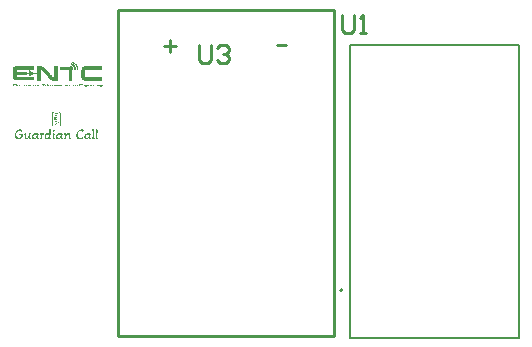
<source format=gto>
G04*
G04 #@! TF.GenerationSoftware,Altium Limited,Altium Designer,24.3.1 (35)*
G04*
G04 Layer_Color=65535*
%FSLAX44Y44*%
%MOMM*%
G71*
G04*
G04 #@! TF.SameCoordinates,3191A570-1A6B-4277-BA42-F0865F8515EA*
G04*
G04*
G04 #@! TF.FilePolarity,Positive*
G04*
G01*
G75*
%ADD10C,0.2000*%
%ADD11C,0.1270*%
%ADD12C,0.2540*%
G36*
X66791Y238043D02*
X67195D01*
Y237841D01*
X67801D01*
Y237639D01*
X68204D01*
Y237437D01*
X68406D01*
Y237235D01*
X68810D01*
Y237034D01*
X69012D01*
Y236832D01*
X69214D01*
Y236630D01*
X69415D01*
Y236428D01*
X69617D01*
Y236226D01*
X69819D01*
Y236024D01*
X70021D01*
Y235823D01*
X70223D01*
Y235621D01*
X70424D01*
Y235217D01*
X70626D01*
Y235015D01*
X70828D01*
Y234611D01*
X71030D01*
Y234208D01*
X71232D01*
Y233602D01*
X71434D01*
Y232997D01*
X71635D01*
Y232795D01*
Y231382D01*
X70626D01*
Y232795D01*
X70424D01*
Y233400D01*
X70223D01*
Y234006D01*
X70021D01*
Y234410D01*
X69819D01*
Y234611D01*
X69617D01*
Y235015D01*
X69415D01*
Y235217D01*
X69214D01*
Y235419D01*
X69012D01*
Y235621D01*
X68810D01*
Y235823D01*
X68608D01*
Y236024D01*
X68406D01*
Y236226D01*
X68204D01*
Y236428D01*
X67801D01*
Y236630D01*
X67599D01*
Y236832D01*
X67195D01*
Y237034D01*
X66791D01*
Y237235D01*
X66186D01*
Y237437D01*
X65984D01*
Y238043D01*
X66186D01*
Y238245D01*
X66791D01*
Y238043D01*
D02*
G37*
G36*
X65984Y236630D02*
X66590D01*
Y236428D01*
X66993D01*
Y236226D01*
X67195D01*
Y236024D01*
X67599D01*
Y235823D01*
X67801D01*
Y235621D01*
X68003D01*
Y235419D01*
X68406D01*
Y235015D01*
X68608D01*
Y234813D01*
X68810D01*
Y234611D01*
X69012D01*
Y234410D01*
X69214D01*
Y234006D01*
X69415D01*
Y233602D01*
X69617D01*
Y233199D01*
Y232997D01*
X69819D01*
Y231988D01*
X70021D01*
Y231382D01*
X68406D01*
Y231988D01*
X68204D01*
Y232795D01*
X68003D01*
Y233199D01*
X67801D01*
Y233602D01*
X67599D01*
Y233804D01*
X67397D01*
Y234006D01*
X67195D01*
Y234410D01*
X66791D01*
Y234611D01*
X66590D01*
Y234813D01*
X66388D01*
Y235015D01*
X65984D01*
Y235217D01*
X65379D01*
Y235419D01*
X65177D01*
Y235621D01*
X65379D01*
Y236226D01*
X65580D01*
Y236832D01*
X65984D01*
Y236630D01*
D02*
G37*
G36*
X54278Y222098D02*
X49837D01*
Y222300D01*
X49232D01*
Y222502D01*
X48828D01*
Y222703D01*
X48425D01*
Y222905D01*
X48223D01*
Y223107D01*
X48021D01*
Y223309D01*
X47617D01*
Y223511D01*
X47415D01*
Y223914D01*
X47214D01*
Y224116D01*
X47012D01*
Y224318D01*
X46810D01*
Y224520D01*
X46608D01*
Y224722D01*
X46406D01*
Y224923D01*
X46204D01*
Y225327D01*
X46003D01*
Y225529D01*
X45801D01*
Y225731D01*
X45599D01*
Y225933D01*
X45397D01*
Y226134D01*
X45195D01*
Y226336D01*
X44993D01*
Y226740D01*
X44792D01*
Y226942D01*
X44590D01*
Y227144D01*
X44388D01*
Y227346D01*
X44186D01*
Y227547D01*
X43984D01*
Y227749D01*
X43782D01*
Y228153D01*
X43581D01*
Y228355D01*
X43379D01*
Y228556D01*
X43177D01*
Y228758D01*
X42975D01*
Y228960D01*
X42773D01*
Y229162D01*
X42571D01*
Y229566D01*
X42370D01*
Y229767D01*
X42168D01*
Y229969D01*
X41966D01*
Y230171D01*
X41764D01*
Y230373D01*
X41562D01*
Y230575D01*
X41360D01*
Y230777D01*
X41159D01*
Y230979D01*
X40957D01*
Y231180D01*
X40553D01*
Y231382D01*
X39746D01*
Y222098D01*
X36718D01*
Y228153D01*
X35103D01*
Y225731D01*
X34902D01*
Y228153D01*
X34498D01*
Y227951D01*
X34094D01*
Y227749D01*
X33691D01*
Y227547D01*
X33287D01*
Y227346D01*
X32883D01*
Y227144D01*
X32480D01*
Y226942D01*
X32076D01*
Y226740D01*
X31672D01*
Y226538D01*
X31269D01*
Y226336D01*
X30865D01*
Y226134D01*
X30461D01*
Y225933D01*
X30058D01*
Y228153D01*
X28039D01*
Y227346D01*
X20168D01*
Y229364D01*
X28039D01*
Y228556D01*
X28241D01*
Y228355D01*
X30058D01*
Y230777D01*
X30461D01*
Y230575D01*
X30865D01*
Y230373D01*
X31067D01*
Y230171D01*
X31672D01*
Y229969D01*
X31874D01*
Y229767D01*
X32278D01*
Y229566D01*
X32883D01*
Y229364D01*
X33085D01*
Y229162D01*
X33489D01*
Y228960D01*
X33893D01*
Y228758D01*
X34296D01*
Y228556D01*
X34700D01*
Y228355D01*
X34902D01*
Y230777D01*
X35103D01*
Y228355D01*
X36718D01*
Y234208D01*
X36920D01*
Y234410D01*
X40351D01*
Y234208D01*
X41360D01*
Y234006D01*
X41966D01*
Y233804D01*
X42370D01*
Y233602D01*
X42571D01*
Y233400D01*
X42975D01*
Y233199D01*
X43177D01*
Y232997D01*
X43379D01*
Y232795D01*
X43581D01*
Y232593D01*
X43782D01*
Y232190D01*
X43984D01*
Y231988D01*
X44186D01*
Y231786D01*
X44388D01*
Y231584D01*
X44590D01*
Y231382D01*
X44792D01*
Y231180D01*
X44993D01*
Y230777D01*
X45195D01*
Y230575D01*
X45397D01*
Y230373D01*
X45599D01*
Y230171D01*
X45801D01*
Y229969D01*
X46003D01*
Y229767D01*
X46204D01*
Y229566D01*
X46406D01*
Y229162D01*
X46608D01*
Y228960D01*
X46810D01*
Y228758D01*
X47012D01*
Y228556D01*
X47214D01*
Y228355D01*
X47415D01*
Y228153D01*
X47617D01*
Y227951D01*
X47819D01*
Y227547D01*
X48021D01*
Y227346D01*
X48223D01*
Y227144D01*
X48425D01*
Y226942D01*
X48626D01*
Y226740D01*
X48828D01*
Y226538D01*
X49030D01*
Y226336D01*
X49232D01*
Y225933D01*
X49434D01*
Y225731D01*
X49636D01*
Y225529D01*
X50039D01*
Y225327D01*
X50241D01*
Y225125D01*
X50847D01*
Y224923D01*
X51250D01*
Y234410D01*
X54278D01*
Y222098D01*
D02*
G37*
G36*
X33893Y231584D02*
X19361D01*
Y225327D01*
X19764D01*
Y225125D01*
X33691D01*
Y225327D01*
X33893D01*
Y222300D01*
X18755D01*
Y222502D01*
X17948D01*
Y222703D01*
X17544D01*
Y222905D01*
X17140D01*
Y223107D01*
X16939D01*
Y223309D01*
X16737D01*
Y223713D01*
X16535D01*
Y224116D01*
X16333D01*
Y225125D01*
X16131D01*
Y231786D01*
X16333D01*
Y232795D01*
X16535D01*
Y233199D01*
X16737D01*
Y233400D01*
X16939D01*
Y233602D01*
X17140D01*
Y233804D01*
X17342D01*
Y234006D01*
X17746D01*
Y234208D01*
X18149D01*
Y234410D01*
X19159D01*
Y234611D01*
X33893D01*
Y231584D01*
D02*
G37*
G36*
X92021Y231382D02*
X77691D01*
Y231180D01*
X77489D01*
Y225125D01*
X77691D01*
Y224923D01*
X92021D01*
Y222098D01*
X76681D01*
Y222300D01*
X76076D01*
Y222502D01*
X75672D01*
Y222703D01*
X75269D01*
Y222905D01*
X75067D01*
Y223107D01*
X74865D01*
Y223511D01*
X74663D01*
Y223914D01*
X74461D01*
Y224722D01*
X74259D01*
Y231584D01*
X74461D01*
Y232593D01*
X74663D01*
Y232997D01*
X74865D01*
Y233199D01*
X75067D01*
Y233400D01*
X75269D01*
Y233602D01*
X75470D01*
Y233804D01*
X75874D01*
Y234006D01*
X76278D01*
Y234208D01*
X77691D01*
Y234410D01*
X92021D01*
Y231382D01*
D02*
G37*
G36*
X65379Y234611D02*
X65782D01*
Y234410D01*
X66186D01*
Y234208D01*
X66388D01*
Y234006D01*
X66590D01*
Y233804D01*
X66791D01*
Y233602D01*
X66993D01*
Y233400D01*
X67195D01*
Y232997D01*
X67397D01*
Y232593D01*
X67599D01*
Y231382D01*
X66590D01*
Y225933D01*
Y225731D01*
Y221694D01*
X63562D01*
Y230979D01*
X56498D01*
Y234006D01*
X64773D01*
Y234611D01*
X64975D01*
Y234813D01*
X65379D01*
Y234611D01*
D02*
G37*
G36*
X88186Y219070D02*
X87580D01*
Y219272D01*
X88186D01*
Y219070D01*
D02*
G37*
G36*
X80112D02*
X79507D01*
Y219272D01*
X80112D01*
Y219070D01*
D02*
G37*
G36*
X67195D02*
X66791D01*
Y219272D01*
X67195D01*
Y219070D01*
D02*
G37*
G36*
X61947D02*
X61342D01*
Y219272D01*
X61947D01*
Y219070D01*
D02*
G37*
G36*
X30663D02*
X30058D01*
Y219272D01*
X30663D01*
Y219070D01*
D02*
G37*
G36*
X90002Y218465D02*
X90204D01*
Y217456D01*
X89599D01*
Y218465D01*
X88791D01*
Y217456D01*
X88186D01*
Y217658D01*
X87984D01*
Y217456D01*
X87580D01*
Y218869D01*
X87984D01*
Y218667D01*
X88186D01*
Y218869D01*
X90002D01*
Y218465D01*
D02*
G37*
G36*
X80112Y217456D02*
X79709D01*
Y217658D01*
X79507D01*
Y217456D01*
X79305D01*
Y217052D01*
X77691D01*
Y217456D01*
X78902D01*
Y217658D01*
X77691D01*
Y217859D01*
X77489D01*
Y217658D01*
X77287D01*
Y217456D01*
X76883D01*
Y218465D01*
X76076D01*
Y217456D01*
X75470D01*
Y218869D01*
X77287D01*
Y218465D01*
X77489D01*
Y218667D01*
X77691D01*
Y218869D01*
X79305D01*
Y218667D01*
X79709D01*
Y218869D01*
X80112D01*
Y217456D01*
D02*
G37*
G36*
X66388Y218869D02*
X66590D01*
Y218465D01*
X66388D01*
Y217456D01*
X65984D01*
Y218465D01*
X65580D01*
Y217658D01*
X65379D01*
Y217456D01*
X63966D01*
Y217658D01*
X63764D01*
Y217456D01*
X62149D01*
Y217859D01*
X61947D01*
Y218465D01*
X61746D01*
Y217859D01*
X61947D01*
Y217658D01*
X61746D01*
Y217456D01*
X61342D01*
Y218869D01*
X61746D01*
Y218667D01*
X61947D01*
Y218465D01*
X62149D01*
Y218869D01*
X65379D01*
Y218667D01*
X65580D01*
Y218869D01*
X65984D01*
Y219272D01*
X66388D01*
Y218869D01*
D02*
G37*
G36*
X71232Y218667D02*
X71434D01*
Y217456D01*
X70828D01*
Y218465D01*
X70021D01*
Y217456D01*
X69415D01*
Y217859D01*
X69214D01*
Y217658D01*
X69012D01*
Y217456D01*
X67599D01*
Y217658D01*
X67397D01*
Y218667D01*
X67599D01*
Y218869D01*
X69214D01*
Y218465D01*
X69415D01*
Y218869D01*
X71232D01*
Y218667D01*
D02*
G37*
G36*
X51654D02*
X51856D01*
Y217658D01*
X51654D01*
Y217456D01*
X50039D01*
Y217859D01*
X49837D01*
Y218465D01*
X48626D01*
Y217859D01*
X49837D01*
Y217456D01*
X48223D01*
Y217859D01*
X48021D01*
Y218263D01*
X47819D01*
Y218061D01*
X46608D01*
Y217859D01*
X47819D01*
Y217456D01*
X46406D01*
Y217658D01*
X46204D01*
Y218667D01*
X46406D01*
Y218869D01*
X47819D01*
Y218667D01*
X48021D01*
Y218465D01*
X48223D01*
Y218869D01*
X49837D01*
Y218465D01*
X50039D01*
Y218869D01*
X51654D01*
Y218667D01*
D02*
G37*
G36*
X46003Y218061D02*
Y217859D01*
Y217456D01*
X45599D01*
Y217658D01*
X45397D01*
Y218263D01*
X45195D01*
Y218061D01*
X43984D01*
Y217859D01*
X45195D01*
Y217456D01*
X43782D01*
Y217658D01*
X43581D01*
Y218667D01*
X43782D01*
Y218869D01*
X45195D01*
Y218465D01*
X45397D01*
Y219272D01*
X46003D01*
Y218061D01*
D02*
G37*
G36*
X24204Y219070D02*
X24406D01*
Y218869D01*
X24608D01*
Y218667D01*
X24810D01*
Y218869D01*
X25819D01*
Y218465D01*
X25214D01*
Y217456D01*
X24608D01*
Y218465D01*
X24204D01*
Y218263D01*
X24406D01*
Y217658D01*
X24204D01*
Y217456D01*
X23801D01*
Y218465D01*
X22388D01*
Y217859D01*
X23599D01*
Y217456D01*
X21984D01*
Y217859D01*
X21783D01*
Y218263D01*
X21581D01*
Y218061D01*
X20370D01*
Y217859D01*
X21581D01*
Y217456D01*
X20168D01*
Y217658D01*
X19966D01*
Y218667D01*
X20168D01*
Y218869D01*
X21581D01*
Y218667D01*
X21783D01*
Y218465D01*
X21984D01*
Y218869D01*
X23801D01*
Y219272D01*
X24204D01*
Y219070D01*
D02*
G37*
G36*
X59122Y217658D02*
X58920D01*
Y217456D01*
X57507D01*
Y217658D01*
X57305D01*
Y218465D01*
Y218667D01*
Y218869D01*
X57709D01*
Y217859D01*
X58516D01*
Y218869D01*
X59122D01*
Y217658D01*
D02*
G37*
G36*
X87379Y218667D02*
Y218465D01*
X86773D01*
Y217456D01*
X86369D01*
Y218869D01*
X87379D01*
Y218667D01*
D02*
G37*
G36*
X85966D02*
X86167D01*
Y218263D01*
X85966D01*
Y218061D01*
X84755D01*
Y217859D01*
X85966D01*
Y217456D01*
X84553D01*
Y217658D01*
X84351D01*
Y218667D01*
X84553D01*
Y218869D01*
X85966D01*
Y218667D01*
D02*
G37*
G36*
X83947D02*
X84149D01*
Y218061D01*
X82938D01*
Y217859D01*
X84149D01*
Y217456D01*
X82535D01*
Y217658D01*
X82333D01*
Y218667D01*
X82535D01*
Y218869D01*
X83947D01*
Y218667D01*
D02*
G37*
G36*
X81929D02*
X82131D01*
Y218263D01*
Y218061D01*
Y217456D01*
X81727D01*
Y218465D01*
X80718D01*
Y217456D01*
X80314D01*
Y218869D01*
X81929D01*
Y218667D01*
D02*
G37*
G36*
X75269Y218869D02*
X73250D01*
Y218667D01*
X75269D01*
Y218061D01*
X73250D01*
Y217859D01*
X75269D01*
Y217456D01*
X72846D01*
Y217658D01*
X72645D01*
Y219070D01*
X72846D01*
Y219272D01*
X75269D01*
Y218869D01*
D02*
G37*
G36*
X67195Y217859D02*
Y217658D01*
Y217456D01*
X66791D01*
Y218869D01*
X67195D01*
Y217859D01*
D02*
G37*
G36*
X60938Y218667D02*
X61140D01*
Y218263D01*
Y218061D01*
Y217456D01*
X60736D01*
Y218465D01*
X59727D01*
Y217456D01*
X59324D01*
Y218869D01*
X60938D01*
Y218667D01*
D02*
G37*
G36*
X56902D02*
X57103D01*
Y217456D01*
X56498D01*
Y218465D01*
X56094D01*
Y217456D01*
X55691D01*
Y218465D01*
X55085D01*
Y217658D01*
Y217456D01*
X54681D01*
Y218869D01*
X56902D01*
Y218667D01*
D02*
G37*
G36*
X54278D02*
X54480D01*
Y217456D01*
X53874D01*
Y218465D01*
X53470D01*
Y217456D01*
X52865D01*
Y218465D01*
X52461D01*
Y217456D01*
X52058D01*
Y218869D01*
X54278D01*
Y218667D01*
D02*
G37*
G36*
X43581Y218869D02*
X42571D01*
Y217658D01*
X42370D01*
Y217456D01*
X41966D01*
Y218869D01*
X40957D01*
Y219272D01*
X43581D01*
Y218869D01*
D02*
G37*
G36*
X39544Y217658D02*
X39342D01*
Y217456D01*
X37929D01*
Y217658D01*
X37727D01*
Y218667D01*
X37929D01*
Y218869D01*
X39140D01*
Y219272D01*
X39544D01*
Y217658D01*
D02*
G37*
G36*
X37324Y218667D02*
X37526D01*
Y217456D01*
X36920D01*
Y218263D01*
Y218465D01*
X36113D01*
Y217456D01*
X35709D01*
Y218869D01*
X37324D01*
Y218667D01*
D02*
G37*
G36*
X35305D02*
X35507D01*
Y218465D01*
Y218263D01*
Y217658D01*
X35305D01*
Y217456D01*
X33893D01*
Y217658D01*
X33691D01*
Y218263D01*
X34902D01*
Y218465D01*
X33691D01*
Y218869D01*
X35305D01*
Y218667D01*
D02*
G37*
G36*
X32480Y218465D02*
X31269D01*
Y217859D01*
X32480D01*
Y217456D01*
X31067D01*
Y217658D01*
X30865D01*
Y218465D01*
Y218667D01*
Y218869D01*
X32480D01*
Y218465D01*
D02*
G37*
G36*
X30663Y217456D02*
X30058D01*
Y218869D01*
X30663D01*
Y217456D01*
D02*
G37*
G36*
X29654Y218667D02*
X29856D01*
Y217456D01*
X29452D01*
Y217658D01*
X29250D01*
Y218465D01*
X28443D01*
Y217456D01*
X28039D01*
Y218869D01*
X29654D01*
Y218667D01*
D02*
G37*
G36*
X27636D02*
X27838D01*
Y218061D01*
Y217859D01*
Y217658D01*
X27636D01*
Y217456D01*
X26223D01*
Y217658D01*
X26021D01*
Y218667D01*
X26223D01*
Y218869D01*
X27636D01*
Y218667D01*
D02*
G37*
G36*
X19764Y217456D02*
X16535D01*
Y217859D01*
X16333D01*
Y219070D01*
X16535D01*
Y219272D01*
X19764D01*
Y217456D01*
D02*
G37*
G36*
X92021Y218667D02*
X92222D01*
Y217254D01*
X92021D01*
Y217052D01*
X90406D01*
Y217456D01*
X91617D01*
Y217658D01*
X90406D01*
Y218869D01*
X92021D01*
Y218667D01*
D02*
G37*
G36*
X55809Y195651D02*
X56092D01*
Y195580D01*
X56233D01*
Y195509D01*
X56303D01*
Y195439D01*
X56444D01*
Y195368D01*
X56515D01*
Y195298D01*
X56586D01*
Y195157D01*
X56656D01*
Y195016D01*
X56727D01*
Y194874D01*
X56797D01*
Y184221D01*
X56727D01*
Y184079D01*
X56656D01*
Y183938D01*
X56586D01*
Y183868D01*
X56515D01*
Y183727D01*
X56374D01*
Y183656D01*
X56303D01*
Y183586D01*
X56233D01*
Y183515D01*
X56021D01*
Y183444D01*
X55809D01*
Y183374D01*
X50588D01*
Y183444D01*
X50377D01*
Y183515D01*
X50165D01*
Y183586D01*
X50094D01*
Y183656D01*
X50024D01*
Y183727D01*
X49953D01*
Y183797D01*
X49883D01*
Y183868D01*
X49812D01*
Y183938D01*
X49742D01*
Y184079D01*
X49671D01*
Y184221D01*
X49601D01*
Y192899D01*
Y192969D01*
Y194874D01*
X49671D01*
Y195016D01*
X49742D01*
Y195157D01*
X49812D01*
Y195227D01*
X49883D01*
Y195368D01*
X49953D01*
Y195439D01*
X50094D01*
Y195509D01*
X50165D01*
Y195580D01*
X50306D01*
Y195651D01*
X50588D01*
Y195721D01*
X55809D01*
Y195651D01*
D02*
G37*
G36*
X75283Y180763D02*
X75565D01*
Y180693D01*
X75777D01*
Y180622D01*
X75918D01*
Y180552D01*
X76059D01*
Y180481D01*
X76129D01*
Y180411D01*
X76200D01*
Y180340D01*
X76271D01*
Y180199D01*
X76341D01*
Y179987D01*
X76412D01*
Y179917D01*
X76341D01*
Y179564D01*
X76271D01*
Y179423D01*
X76200D01*
Y179282D01*
X76129D01*
Y179211D01*
X76059D01*
Y179141D01*
X75988D01*
Y179070D01*
X75918D01*
Y178999D01*
X75777D01*
Y178929D01*
X75353D01*
Y178999D01*
X75212D01*
Y179070D01*
X75142D01*
Y179141D01*
X75001D01*
Y179211D01*
X74859D01*
Y179282D01*
X74648D01*
Y179352D01*
X74366D01*
Y179423D01*
X73378D01*
Y179352D01*
X73025D01*
Y179282D01*
X72813D01*
Y179211D01*
X72672D01*
Y179141D01*
X72461D01*
Y179070D01*
X72390D01*
Y178999D01*
X72249D01*
Y178929D01*
X72178D01*
Y178858D01*
X72108D01*
Y178788D01*
X72037D01*
Y178717D01*
X71896D01*
Y178576D01*
X71826D01*
Y178506D01*
X71755D01*
Y178435D01*
X71684D01*
Y178364D01*
X71614D01*
Y178223D01*
X71543D01*
Y178153D01*
X71473D01*
Y178012D01*
X71402D01*
Y177871D01*
X71332D01*
Y177729D01*
X71261D01*
Y177518D01*
X71191D01*
Y177306D01*
X71120D01*
Y176883D01*
X71049D01*
Y175966D01*
X71120D01*
Y175613D01*
X71191D01*
Y175331D01*
X71261D01*
Y175189D01*
X71332D01*
Y175048D01*
X71402D01*
Y174907D01*
X71473D01*
Y174766D01*
X71543D01*
Y174696D01*
X71614D01*
Y174625D01*
X71684D01*
Y174554D01*
X71755D01*
Y174413D01*
X71826D01*
Y174343D01*
X71967D01*
Y174272D01*
X72037D01*
Y174202D01*
X72108D01*
Y174131D01*
X72249D01*
Y174061D01*
X72390D01*
Y173990D01*
X72531D01*
Y173919D01*
X72743D01*
Y173849D01*
X73166D01*
Y173778D01*
X73589D01*
Y173849D01*
X74083D01*
Y173919D01*
X74295D01*
Y173990D01*
X74507D01*
Y174061D01*
X74648D01*
Y174131D01*
X74789D01*
Y174202D01*
X74930D01*
Y174272D01*
X75001D01*
Y174343D01*
X75142D01*
Y174413D01*
X75212D01*
Y174484D01*
X75283D01*
Y174554D01*
X75353D01*
Y174625D01*
X75494D01*
Y174696D01*
X75565D01*
Y174766D01*
X75706D01*
Y174837D01*
X75918D01*
Y174766D01*
X75988D01*
Y174696D01*
X76059D01*
Y174061D01*
X75988D01*
Y173919D01*
X75918D01*
Y173778D01*
X75847D01*
Y173708D01*
X75777D01*
Y173567D01*
X75706D01*
Y173496D01*
X75636D01*
Y173426D01*
X75565D01*
Y173355D01*
X75494D01*
Y173284D01*
X75424D01*
Y173214D01*
X75353D01*
Y173143D01*
X75212D01*
Y173073D01*
X75142D01*
Y173002D01*
X75071D01*
Y172932D01*
X74930D01*
Y172861D01*
X74789D01*
Y172791D01*
X74648D01*
Y172720D01*
X74507D01*
Y172649D01*
X74295D01*
Y172579D01*
X74083D01*
Y172508D01*
X73801D01*
Y172438D01*
X73307D01*
Y172367D01*
X72672D01*
Y172438D01*
X72108D01*
Y172508D01*
X71896D01*
Y172579D01*
X71684D01*
Y172649D01*
X71543D01*
Y172720D01*
X71402D01*
Y172791D01*
X71332D01*
Y172861D01*
X71191D01*
Y172932D01*
X71120D01*
Y173002D01*
X71049D01*
Y173073D01*
X70908D01*
Y173143D01*
X70838D01*
Y173214D01*
X70767D01*
Y173355D01*
X70697D01*
Y173426D01*
X70626D01*
Y173496D01*
X70556D01*
Y173567D01*
X70485D01*
Y173708D01*
X70414D01*
Y173849D01*
X70344D01*
Y173990D01*
X70273D01*
Y174131D01*
X70203D01*
Y174272D01*
X70132D01*
Y174484D01*
X70062D01*
Y174766D01*
X69991D01*
Y175260D01*
X69921D01*
Y176248D01*
X69991D01*
Y176812D01*
X70062D01*
Y177094D01*
X70132D01*
Y177377D01*
X70203D01*
Y177588D01*
X70273D01*
Y177800D01*
X70344D01*
Y177941D01*
X70414D01*
Y178153D01*
X70485D01*
Y178294D01*
X70556D01*
Y178435D01*
X70626D01*
Y178576D01*
X70697D01*
Y178647D01*
X70767D01*
Y178788D01*
X70838D01*
Y178858D01*
X70908D01*
Y178999D01*
X70979D01*
Y179070D01*
X71049D01*
Y179141D01*
X71120D01*
Y179282D01*
X71191D01*
Y179352D01*
X71261D01*
Y179423D01*
X71332D01*
Y179493D01*
X71402D01*
Y179564D01*
X71473D01*
Y179634D01*
X71543D01*
Y179705D01*
X71614D01*
Y179776D01*
X71684D01*
Y179846D01*
X71755D01*
Y179917D01*
X71896D01*
Y179987D01*
X71967D01*
Y180058D01*
X72037D01*
Y180128D01*
X72178D01*
Y180199D01*
X72249D01*
Y180269D01*
X72390D01*
Y180340D01*
X72531D01*
Y180411D01*
X72672D01*
Y180481D01*
X72813D01*
Y180552D01*
X72954D01*
Y180622D01*
X73166D01*
Y180693D01*
X73448D01*
Y180763D01*
X73731D01*
Y180834D01*
X75283D01*
Y180763D01*
D02*
G37*
G36*
X51223Y180552D02*
X51435D01*
Y180481D01*
X51576D01*
Y180411D01*
X51647D01*
Y180269D01*
X51717D01*
Y180128D01*
X51788D01*
Y179564D01*
X51717D01*
Y179493D01*
Y179423D01*
Y179352D01*
X51647D01*
Y179282D01*
X51576D01*
Y179211D01*
X51506D01*
Y179141D01*
X51435D01*
Y179070D01*
X51364D01*
Y178999D01*
X51153D01*
Y178929D01*
X50659D01*
Y178999D01*
X50447D01*
Y179070D01*
X50377D01*
Y179141D01*
X50306D01*
Y179211D01*
X50236D01*
Y179282D01*
X50165D01*
Y179423D01*
X50094D01*
Y179987D01*
X50165D01*
Y180199D01*
X50236D01*
Y180269D01*
X50306D01*
Y180340D01*
X50377D01*
Y180411D01*
X50447D01*
Y180481D01*
X50518D01*
Y180552D01*
X50729D01*
Y180622D01*
X51223D01*
Y180552D01*
D02*
G37*
G36*
X23354Y180763D02*
X23636D01*
Y180693D01*
X23777D01*
Y180622D01*
X23989D01*
Y180552D01*
X24059D01*
Y180481D01*
X24130D01*
Y180411D01*
X24201D01*
Y180340D01*
X24271D01*
Y180269D01*
X24342D01*
Y180128D01*
X24412D01*
Y179634D01*
X24342D01*
Y179493D01*
X24271D01*
Y179352D01*
X24201D01*
Y179282D01*
X24130D01*
Y179141D01*
X23989D01*
Y179070D01*
X23918D01*
Y178999D01*
X23777D01*
Y178929D01*
X23424D01*
Y178999D01*
X23283D01*
Y179070D01*
X23142D01*
Y179141D01*
X23001D01*
Y179211D01*
X22860D01*
Y179282D01*
X22648D01*
Y179352D01*
X22296D01*
Y179423D01*
X21378D01*
Y179352D01*
X21026D01*
Y179282D01*
X20814D01*
Y179211D01*
X20602D01*
Y179141D01*
X20461D01*
Y179070D01*
X20391D01*
Y178999D01*
X20249D01*
Y178929D01*
X20179D01*
Y178858D01*
X20108D01*
Y178788D01*
X20038D01*
Y178717D01*
X19967D01*
Y178647D01*
X19897D01*
Y178576D01*
X19826D01*
Y178506D01*
X19756D01*
Y178435D01*
X19685D01*
Y178364D01*
X19614D01*
Y178223D01*
X19544D01*
Y178082D01*
X19473D01*
Y178012D01*
X19403D01*
Y177800D01*
X19332D01*
Y177659D01*
X19262D01*
Y177377D01*
X19191D01*
Y177165D01*
X19121D01*
Y175683D01*
X19191D01*
Y175472D01*
X19262D01*
Y175260D01*
X19332D01*
Y175119D01*
X19403D01*
Y174978D01*
X19473D01*
Y174837D01*
X19544D01*
Y174766D01*
X19614D01*
Y174625D01*
X19685D01*
Y174554D01*
X19756D01*
Y174484D01*
X19826D01*
Y174413D01*
X19897D01*
Y174343D01*
X20038D01*
Y174272D01*
X20108D01*
Y174202D01*
X20179D01*
Y174131D01*
X20320D01*
Y174061D01*
X20461D01*
Y173990D01*
X20673D01*
Y173919D01*
X20884D01*
Y173849D01*
X22225D01*
Y173919D01*
X22437D01*
Y173990D01*
X22648D01*
Y174061D01*
X22789D01*
Y174131D01*
X22931D01*
Y174202D01*
X23001D01*
Y174272D01*
X23142D01*
Y174343D01*
X23213D01*
Y174484D01*
X23283D01*
Y174554D01*
X23354D01*
Y174696D01*
X23424D01*
Y175331D01*
X23354D01*
Y175472D01*
X23283D01*
Y175613D01*
X23142D01*
Y175683D01*
X23072D01*
Y175754D01*
X22931D01*
Y175824D01*
X22789D01*
Y175895D01*
X22578D01*
Y175966D01*
X22154D01*
Y176036D01*
X21519D01*
Y176107D01*
X21308D01*
Y176177D01*
X21237D01*
Y176318D01*
X21167D01*
Y176530D01*
X21237D01*
Y176742D01*
X21308D01*
Y176883D01*
X21378D01*
Y176953D01*
X21449D01*
Y177024D01*
X21519D01*
Y177094D01*
X21661D01*
Y177165D01*
X22225D01*
Y177236D01*
X25259D01*
Y177165D01*
X25329D01*
Y176601D01*
X25259D01*
Y176389D01*
X25188D01*
Y176248D01*
X25118D01*
Y176177D01*
X25047D01*
Y176036D01*
X24977D01*
Y175966D01*
X24836D01*
Y175895D01*
X24412D01*
Y175754D01*
X24483D01*
Y174696D01*
X24412D01*
Y174413D01*
X24342D01*
Y174272D01*
X24271D01*
Y174131D01*
X24201D01*
Y173990D01*
X24130D01*
Y173919D01*
X24059D01*
Y173778D01*
X23989D01*
Y173708D01*
X23918D01*
Y173637D01*
X23848D01*
Y173567D01*
X23777D01*
Y173496D01*
X23707D01*
Y173426D01*
X23636D01*
Y173355D01*
X23566D01*
Y173284D01*
X23495D01*
Y173214D01*
X23424D01*
Y173143D01*
X23354D01*
Y173073D01*
X23213D01*
Y173002D01*
X23142D01*
Y172932D01*
X23001D01*
Y172861D01*
X22860D01*
Y172791D01*
X22719D01*
Y172720D01*
X22578D01*
Y172649D01*
X22437D01*
Y172579D01*
X22225D01*
Y172508D01*
X21943D01*
Y172438D01*
X21378D01*
Y172367D01*
X20814D01*
Y172438D01*
X20249D01*
Y172508D01*
X20038D01*
Y172579D01*
X19826D01*
Y172649D01*
X19685D01*
Y172720D01*
X19544D01*
Y172791D01*
X19403D01*
Y172861D01*
X19332D01*
Y172932D01*
X19191D01*
Y173002D01*
X19121D01*
Y173073D01*
X19050D01*
Y173143D01*
X18979D01*
Y173214D01*
X18909D01*
Y173284D01*
X18838D01*
Y173355D01*
X18768D01*
Y173426D01*
X18697D01*
Y173496D01*
X18627D01*
Y173567D01*
X18556D01*
Y173708D01*
X18486D01*
Y173778D01*
X18415D01*
Y173919D01*
X18344D01*
Y174061D01*
X18274D01*
Y174202D01*
X18203D01*
Y174413D01*
X18133D01*
Y174696D01*
X18062D01*
Y175048D01*
X17992D01*
Y176530D01*
X18062D01*
Y176953D01*
X18133D01*
Y177236D01*
X18203D01*
Y177447D01*
X18274D01*
Y177659D01*
X18344D01*
Y177871D01*
X18415D01*
Y178012D01*
X18486D01*
Y178223D01*
X18556D01*
Y178294D01*
X18627D01*
Y178435D01*
X18697D01*
Y178576D01*
X18768D01*
Y178717D01*
X18838D01*
Y178788D01*
X18909D01*
Y178929D01*
X18979D01*
Y178999D01*
X19050D01*
Y179141D01*
X19121D01*
Y179211D01*
X19191D01*
Y179282D01*
X19262D01*
Y179352D01*
X19332D01*
Y179423D01*
X19403D01*
Y179493D01*
X19473D01*
Y179564D01*
X19544D01*
Y179634D01*
X19614D01*
Y179705D01*
X19685D01*
Y179776D01*
X19756D01*
Y179846D01*
X19826D01*
Y179917D01*
X19897D01*
Y179987D01*
X20038D01*
Y180058D01*
X20108D01*
Y180128D01*
X20179D01*
Y180199D01*
X20320D01*
Y180269D01*
X20461D01*
Y180340D01*
X20532D01*
Y180411D01*
X20673D01*
Y180481D01*
X20884D01*
Y180552D01*
X21026D01*
Y180622D01*
X21237D01*
Y180693D01*
X21449D01*
Y180763D01*
X21802D01*
Y180834D01*
X23354D01*
Y180763D01*
D02*
G37*
G36*
X47837Y181187D02*
X47978D01*
Y181116D01*
X48048D01*
Y180975D01*
X48119D01*
Y180834D01*
X48189D01*
Y180622D01*
X48260D01*
Y180269D01*
X48331D01*
Y177447D01*
X48260D01*
Y176812D01*
X48189D01*
Y176248D01*
X48119D01*
Y175683D01*
X48048D01*
Y175119D01*
X47978D01*
Y174343D01*
X48048D01*
Y174131D01*
X48119D01*
Y173990D01*
X48189D01*
Y173919D01*
X48260D01*
Y173849D01*
X48331D01*
Y173778D01*
X48472D01*
Y173708D01*
X48613D01*
Y173637D01*
X48824D01*
Y173567D01*
X48895D01*
Y173496D01*
X48966D01*
Y173143D01*
X48895D01*
Y172932D01*
X48824D01*
Y172791D01*
X48754D01*
Y172720D01*
X48683D01*
Y172649D01*
X48613D01*
Y172579D01*
X48472D01*
Y172508D01*
X48331D01*
Y172438D01*
X47625D01*
Y172508D01*
X47484D01*
Y172579D01*
X47343D01*
Y172649D01*
X47272D01*
Y172720D01*
X47202D01*
Y172932D01*
X47131D01*
Y173143D01*
X47061D01*
Y173567D01*
X46990D01*
Y173849D01*
X46919D01*
Y173708D01*
X46849D01*
Y173637D01*
X46778D01*
Y173496D01*
X46708D01*
Y173426D01*
X46637D01*
Y173355D01*
X46567D01*
Y173214D01*
X46496D01*
Y173143D01*
X46426D01*
Y173073D01*
X46355D01*
Y173002D01*
X46284D01*
Y172932D01*
X46143D01*
Y172861D01*
X46073D01*
Y172791D01*
X46002D01*
Y172720D01*
X45932D01*
Y172649D01*
X45791D01*
Y172579D01*
X45649D01*
Y172508D01*
X45438D01*
Y172438D01*
X45085D01*
Y172367D01*
X44591D01*
Y172438D01*
X44238D01*
Y172508D01*
X44027D01*
Y172579D01*
X43956D01*
Y172649D01*
X43815D01*
Y172720D01*
X43744D01*
Y172791D01*
X43674D01*
Y172861D01*
X43603D01*
Y172932D01*
X43533D01*
Y173073D01*
X43462D01*
Y173143D01*
X43392D01*
Y173284D01*
X43321D01*
Y173496D01*
X43251D01*
Y173708D01*
X43180D01*
Y174131D01*
Y174202D01*
Y174907D01*
X43251D01*
Y175260D01*
X43321D01*
Y175472D01*
X43392D01*
Y175683D01*
X43462D01*
Y175895D01*
X43533D01*
Y176036D01*
X43603D01*
Y176177D01*
X43674D01*
Y176318D01*
X43744D01*
Y176459D01*
X43815D01*
Y176530D01*
X43886D01*
Y176601D01*
X43956D01*
Y176742D01*
X44027D01*
Y176812D01*
X44097D01*
Y176883D01*
X44168D01*
Y176953D01*
X44238D01*
Y177024D01*
X44309D01*
Y177094D01*
X44379D01*
Y177165D01*
X44450D01*
Y177236D01*
X44521D01*
Y177306D01*
X44591D01*
Y177377D01*
X44732D01*
Y177447D01*
X44803D01*
Y177518D01*
X44944D01*
Y177588D01*
X45085D01*
Y177659D01*
X45297D01*
Y177729D01*
X45579D01*
Y177800D01*
X46355D01*
Y177729D01*
X46637D01*
Y177659D01*
X46849D01*
Y177588D01*
X46990D01*
Y177518D01*
X47061D01*
Y177447D01*
X47202D01*
Y178506D01*
X47131D01*
Y179141D01*
X47061D01*
Y179493D01*
X46990D01*
Y179776D01*
X46919D01*
Y179987D01*
X46849D01*
Y180128D01*
X46778D01*
Y180269D01*
X46708D01*
Y180411D01*
X46637D01*
Y180763D01*
X46708D01*
Y180904D01*
X46778D01*
Y180975D01*
X46849D01*
Y181046D01*
X46990D01*
Y181116D01*
X47131D01*
Y181187D01*
X47272D01*
Y181257D01*
X47837D01*
Y181187D01*
D02*
G37*
G36*
X42616Y177729D02*
X42757D01*
Y177659D01*
X42898D01*
Y177588D01*
X42968D01*
Y177518D01*
X43039D01*
Y177306D01*
X43109D01*
Y177024D01*
X43039D01*
Y176742D01*
X42968D01*
Y176601D01*
X42898D01*
Y176530D01*
X42827D01*
Y176389D01*
X42757D01*
Y176318D01*
X42686D01*
Y176248D01*
X42545D01*
Y176177D01*
X42333D01*
Y176248D01*
X42192D01*
Y176318D01*
X42122D01*
Y176389D01*
X42051D01*
Y176459D01*
X41557D01*
Y176389D01*
X41487D01*
Y176318D01*
X41346D01*
Y176177D01*
X41275D01*
Y176107D01*
X41204D01*
Y176036D01*
X41134D01*
Y175895D01*
X41063D01*
Y175683D01*
X40993D01*
Y175472D01*
X40922D01*
Y175119D01*
X40852D01*
Y173073D01*
X40781D01*
Y172932D01*
X40711D01*
Y172791D01*
X40640D01*
Y172720D01*
X40569D01*
Y172649D01*
X40499D01*
Y172579D01*
X40428D01*
Y172508D01*
X40287D01*
Y172438D01*
X39582D01*
Y172508D01*
X39511D01*
Y173002D01*
X39582D01*
Y173284D01*
X39652D01*
Y173637D01*
X39723D01*
Y174061D01*
X39793D01*
Y175824D01*
X39723D01*
Y176107D01*
X39652D01*
Y176248D01*
X39582D01*
Y176318D01*
X39511D01*
Y176389D01*
X39441D01*
Y176459D01*
X39299D01*
Y176530D01*
X39158D01*
Y176601D01*
X39017D01*
Y176671D01*
X38947D01*
Y177024D01*
X39017D01*
Y177236D01*
X39088D01*
Y177306D01*
X39158D01*
Y177377D01*
X39229D01*
Y177447D01*
X39299D01*
Y177518D01*
X39370D01*
Y177588D01*
X39511D01*
Y177659D01*
X39652D01*
Y177729D01*
X39934D01*
Y177800D01*
X40217D01*
Y177729D01*
X40428D01*
Y177659D01*
X40569D01*
Y177588D01*
X40640D01*
Y177447D01*
X40711D01*
Y177306D01*
X40781D01*
Y177024D01*
X40852D01*
Y176742D01*
X40922D01*
Y176883D01*
X40993D01*
Y177024D01*
X41063D01*
Y177165D01*
X41134D01*
Y177236D01*
X41204D01*
Y177306D01*
X41275D01*
Y177377D01*
X41346D01*
Y177447D01*
X41416D01*
Y177518D01*
X41487D01*
Y177588D01*
X41557D01*
Y177659D01*
X41698D01*
Y177729D01*
X41981D01*
Y177800D01*
X42616D01*
Y177729D01*
D02*
G37*
G36*
X63994D02*
X64206D01*
Y177659D01*
X64347D01*
Y177588D01*
X64488D01*
Y177518D01*
X64558D01*
Y177447D01*
X64629D01*
Y177377D01*
X64699D01*
Y177306D01*
X64770D01*
Y177165D01*
X64841D01*
Y177024D01*
X64911D01*
Y176812D01*
X64982D01*
Y175895D01*
X64911D01*
Y175613D01*
X64841D01*
Y175331D01*
X64770D01*
Y175048D01*
X64699D01*
Y174131D01*
X64770D01*
Y173990D01*
X64841D01*
Y173919D01*
X64911D01*
Y173849D01*
X64982D01*
Y173778D01*
X65052D01*
Y173708D01*
X65123D01*
Y173637D01*
X65264D01*
Y173567D01*
X65405D01*
Y173496D01*
X65546D01*
Y173143D01*
X65476D01*
Y172932D01*
X65405D01*
Y172791D01*
X65334D01*
Y172720D01*
X65264D01*
Y172649D01*
X65193D01*
Y172579D01*
X65123D01*
Y172508D01*
X64982D01*
Y172438D01*
X64206D01*
Y172508D01*
X64064D01*
Y172579D01*
X63923D01*
Y172649D01*
X63853D01*
Y172720D01*
X63782D01*
Y172861D01*
X63712D01*
Y172932D01*
X63641D01*
Y173073D01*
X63571D01*
Y173355D01*
X63500D01*
Y174131D01*
X63571D01*
Y174484D01*
X63641D01*
Y174766D01*
X63712D01*
Y175119D01*
X63782D01*
Y175401D01*
X63853D01*
Y176036D01*
X63782D01*
Y176177D01*
X63712D01*
Y176248D01*
X63641D01*
Y176318D01*
X63429D01*
Y176389D01*
X63006D01*
Y176318D01*
X62724D01*
Y176248D01*
X62653D01*
Y176177D01*
X62512D01*
Y176107D01*
X62442D01*
Y176036D01*
X62371D01*
Y175966D01*
X62301D01*
Y175895D01*
X62230D01*
Y175824D01*
X62159D01*
Y175754D01*
X62089D01*
Y175683D01*
X62018D01*
Y175613D01*
X61948D01*
Y175472D01*
X61877D01*
Y175401D01*
X61807D01*
Y175260D01*
X61736D01*
Y175119D01*
X61666D01*
Y174978D01*
X61595D01*
Y174837D01*
X61524D01*
Y174696D01*
X61454D01*
Y174484D01*
X61383D01*
Y174343D01*
X61313D01*
Y174131D01*
X61242D01*
Y173919D01*
X61172D01*
Y173143D01*
X61101D01*
Y172932D01*
X61031D01*
Y172861D01*
X60960D01*
Y172720D01*
X60889D01*
Y172649D01*
X60819D01*
Y172579D01*
X60748D01*
Y172508D01*
X60537D01*
Y172438D01*
X59902D01*
Y172508D01*
X59831D01*
Y172579D01*
X59761D01*
Y172791D01*
X59831D01*
Y173073D01*
X59902D01*
Y173355D01*
X59972D01*
Y173778D01*
X60043D01*
Y174202D01*
X60113D01*
Y175683D01*
X60043D01*
Y176036D01*
X59972D01*
Y176177D01*
X59902D01*
Y176318D01*
X59831D01*
Y176389D01*
X59761D01*
Y176459D01*
X59619D01*
Y176530D01*
X59478D01*
Y176601D01*
X59337D01*
Y176671D01*
X59267D01*
Y177094D01*
X59337D01*
Y177236D01*
X59408D01*
Y177306D01*
X59478D01*
Y177377D01*
X59549D01*
Y177447D01*
X59619D01*
Y177518D01*
X59690D01*
Y177588D01*
X59761D01*
Y177659D01*
X59902D01*
Y177729D01*
X60184D01*
Y177800D01*
X60537D01*
Y177729D01*
X60748D01*
Y177659D01*
X60889D01*
Y177588D01*
X60960D01*
Y177447D01*
X61031D01*
Y177236D01*
X61101D01*
Y176883D01*
X61172D01*
Y176459D01*
X61101D01*
Y175895D01*
X61031D01*
Y175472D01*
X60960D01*
Y175260D01*
X61031D01*
Y175401D01*
X61101D01*
Y175613D01*
X61172D01*
Y175754D01*
X61242D01*
Y175895D01*
X61313D01*
Y176036D01*
X61383D01*
Y176177D01*
X61454D01*
Y176248D01*
X61524D01*
Y176389D01*
X61595D01*
Y176530D01*
X61666D01*
Y176601D01*
X61736D01*
Y176742D01*
X61807D01*
Y176812D01*
X61877D01*
Y176883D01*
X61948D01*
Y176953D01*
X62018D01*
Y177094D01*
X62089D01*
Y177165D01*
X62159D01*
Y177236D01*
X62301D01*
Y177306D01*
X62371D01*
Y177377D01*
X62442D01*
Y177447D01*
X62512D01*
Y177518D01*
X62653D01*
Y177588D01*
X62794D01*
Y177659D01*
X62936D01*
Y177729D01*
X63218D01*
Y177800D01*
X63994D01*
Y177729D01*
D02*
G37*
G36*
X31186Y177659D02*
X31327D01*
Y177094D01*
X31256D01*
Y176883D01*
X31186D01*
Y176601D01*
X31115D01*
Y176248D01*
X31044D01*
Y175895D01*
X30974D01*
Y175331D01*
X30903D01*
Y174625D01*
X30974D01*
Y174272D01*
X31044D01*
Y174061D01*
X31115D01*
Y173990D01*
X31186D01*
Y173849D01*
X31256D01*
Y173778D01*
X31397D01*
Y173708D01*
X31538D01*
Y173637D01*
X31750D01*
Y173567D01*
X31891D01*
Y173073D01*
X31821D01*
Y172861D01*
X31750D01*
Y172791D01*
X31679D01*
Y172720D01*
X31609D01*
Y172649D01*
X31538D01*
Y172579D01*
X31397D01*
Y172508D01*
X31256D01*
Y172438D01*
X30621D01*
Y172508D01*
X30409D01*
Y172579D01*
X30339D01*
Y172649D01*
X30268D01*
Y172720D01*
X30198D01*
Y172861D01*
X30127D01*
Y173002D01*
X30057D01*
Y173214D01*
X29986D01*
Y174343D01*
X29916D01*
Y174202D01*
X29845D01*
Y174061D01*
X29774D01*
Y173919D01*
X29704D01*
Y173778D01*
X29633D01*
Y173637D01*
X29563D01*
Y173567D01*
X29492D01*
Y173426D01*
X29422D01*
Y173355D01*
X29351D01*
Y173214D01*
X29281D01*
Y173143D01*
X29210D01*
Y173073D01*
X29139D01*
Y173002D01*
X29069D01*
Y172932D01*
X28998D01*
Y172861D01*
X28857D01*
Y172791D01*
X28787D01*
Y172720D01*
X28716D01*
Y172649D01*
X28575D01*
Y172579D01*
X28434D01*
Y172508D01*
X28222D01*
Y172438D01*
X27869D01*
Y172367D01*
X27376D01*
Y172438D01*
X27023D01*
Y172508D01*
X26882D01*
Y172579D01*
X26741D01*
Y172649D01*
X26670D01*
Y172720D01*
X26599D01*
Y172791D01*
X26529D01*
Y172861D01*
X26458D01*
Y173002D01*
X26388D01*
Y173143D01*
X26317D01*
Y173426D01*
X26247D01*
Y174272D01*
X26317D01*
Y174696D01*
X26388D01*
Y174978D01*
X26458D01*
Y175260D01*
X26529D01*
Y176107D01*
X26458D01*
Y176248D01*
X26388D01*
Y176318D01*
X26317D01*
Y176389D01*
X26247D01*
Y176459D01*
X26176D01*
Y176530D01*
X26035D01*
Y176601D01*
X25964D01*
Y176671D01*
X25894D01*
Y176812D01*
X25823D01*
Y176953D01*
X25894D01*
Y177094D01*
X25964D01*
Y177236D01*
X26035D01*
Y177306D01*
X26106D01*
Y177377D01*
X26176D01*
Y177447D01*
X26247D01*
Y177518D01*
X26388D01*
Y177588D01*
X26529D01*
Y177659D01*
X26670D01*
Y177729D01*
X27234D01*
Y177659D01*
X27376D01*
Y177588D01*
X27446D01*
Y177518D01*
X27517D01*
Y177377D01*
X27587D01*
Y177165D01*
X27658D01*
Y176812D01*
X27728D01*
Y176177D01*
X27658D01*
Y175683D01*
X27587D01*
Y175401D01*
X27517D01*
Y175048D01*
X27446D01*
Y174625D01*
X27376D01*
Y174272D01*
X27446D01*
Y174061D01*
X27517D01*
Y173919D01*
X27658D01*
Y173849D01*
X27799D01*
Y173778D01*
X28222D01*
Y173849D01*
X28504D01*
Y173919D01*
X28646D01*
Y173990D01*
X28716D01*
Y174061D01*
X28787D01*
Y174131D01*
X28928D01*
Y174202D01*
X28998D01*
Y174272D01*
X29069D01*
Y174413D01*
X29139D01*
Y174484D01*
X29210D01*
Y174554D01*
X29281D01*
Y174696D01*
X29351D01*
Y174766D01*
X29422D01*
Y174907D01*
X29492D01*
Y175048D01*
X29563D01*
Y175189D01*
X29633D01*
Y175331D01*
X29704D01*
Y175472D01*
X29774D01*
Y175683D01*
X29845D01*
Y175895D01*
X29916D01*
Y176107D01*
X29986D01*
Y177024D01*
X30057D01*
Y177236D01*
X30127D01*
Y177377D01*
X30198D01*
Y177447D01*
X30268D01*
Y177518D01*
X30339D01*
Y177588D01*
X30480D01*
Y177659D01*
X30621D01*
Y177729D01*
X31186D01*
Y177659D01*
D02*
G37*
G36*
X87489Y181187D02*
X87630D01*
Y181116D01*
X87701D01*
Y180975D01*
X87771D01*
Y180834D01*
X87842D01*
Y180622D01*
X87912D01*
Y180199D01*
X87983D01*
Y177447D01*
X87912D01*
Y176812D01*
X87842D01*
Y176248D01*
X87771D01*
Y175683D01*
X87701D01*
Y175189D01*
X87630D01*
Y174202D01*
X87701D01*
Y173990D01*
X87771D01*
Y173919D01*
X87842D01*
Y173778D01*
X87983D01*
Y173708D01*
X88053D01*
Y173637D01*
X88194D01*
Y173567D01*
X88265D01*
Y173496D01*
X88336D01*
Y173426D01*
X88406D01*
Y173073D01*
X88336D01*
Y172932D01*
X88265D01*
Y172861D01*
X88194D01*
Y172720D01*
X88053D01*
Y172649D01*
X87983D01*
Y172579D01*
X87912D01*
Y172508D01*
X87701D01*
Y172438D01*
X86924D01*
Y172508D01*
X86854D01*
Y172579D01*
X86713D01*
Y172720D01*
X86642D01*
Y172861D01*
X86572D01*
Y174131D01*
X86642D01*
Y174766D01*
X86713D01*
Y175331D01*
X86783D01*
Y175966D01*
X86854D01*
Y178506D01*
X86783D01*
Y179141D01*
X86713D01*
Y179493D01*
X86642D01*
Y179564D01*
Y179705D01*
X86572D01*
Y179917D01*
X86501D01*
Y180128D01*
X86431D01*
Y180269D01*
X86360D01*
Y180411D01*
X86289D01*
Y180763D01*
X86360D01*
Y180834D01*
X86431D01*
Y180904D01*
X86501D01*
Y180975D01*
X86572D01*
Y181046D01*
X86642D01*
Y181116D01*
X86783D01*
Y181187D01*
X86924D01*
Y181257D01*
X87489D01*
Y181187D01*
D02*
G37*
G36*
X84596D02*
X84667D01*
Y181116D01*
X84737D01*
Y181046D01*
X84808D01*
Y180904D01*
X84878D01*
Y180693D01*
X84949D01*
Y180411D01*
X85019D01*
Y179634D01*
X85090D01*
Y178435D01*
Y178364D01*
Y178082D01*
X85019D01*
Y177165D01*
X84949D01*
Y176601D01*
X84878D01*
Y176036D01*
X84808D01*
Y175542D01*
X84737D01*
Y174907D01*
X84667D01*
Y174343D01*
X84737D01*
Y174061D01*
X84808D01*
Y173919D01*
X84878D01*
Y173849D01*
X84949D01*
Y173778D01*
X85019D01*
Y173708D01*
X85090D01*
Y173637D01*
X85231D01*
Y173567D01*
X85302D01*
Y173496D01*
X85443D01*
Y173426D01*
X85513D01*
Y173214D01*
X85443D01*
Y173002D01*
X85372D01*
Y172861D01*
X85302D01*
Y172791D01*
X85231D01*
Y172720D01*
X85161D01*
Y172649D01*
X85090D01*
Y172579D01*
X84949D01*
Y172508D01*
X84808D01*
Y172438D01*
X84032D01*
Y172508D01*
X83891D01*
Y172579D01*
X83820D01*
Y172649D01*
X83749D01*
Y172791D01*
X83679D01*
Y173002D01*
X83608D01*
Y173849D01*
X83679D01*
Y174484D01*
X83749D01*
Y175119D01*
X83820D01*
Y175683D01*
X83891D01*
Y176601D01*
X83961D01*
Y177800D01*
X83891D01*
Y178858D01*
X83820D01*
Y179282D01*
X83749D01*
Y179634D01*
X83679D01*
Y179846D01*
X83608D01*
Y179987D01*
X83538D01*
Y180128D01*
X83467D01*
Y180340D01*
X83397D01*
Y180834D01*
X83467D01*
Y180904D01*
X83538D01*
Y180975D01*
X83608D01*
Y181046D01*
X83749D01*
Y181116D01*
X83820D01*
Y181187D01*
X83961D01*
Y181257D01*
X84596D01*
Y181187D01*
D02*
G37*
G36*
X51082Y177729D02*
X51223D01*
Y177659D01*
X51364D01*
Y177588D01*
X51435D01*
Y177447D01*
X51506D01*
Y177306D01*
X51576D01*
Y176812D01*
X51647D01*
Y176530D01*
X51576D01*
Y175754D01*
X51506D01*
Y175613D01*
Y175542D01*
Y175401D01*
X51435D01*
Y174978D01*
X51364D01*
Y174484D01*
X51294D01*
Y174202D01*
X51364D01*
Y173919D01*
X51435D01*
Y173849D01*
X51506D01*
Y173778D01*
X51576D01*
Y173708D01*
X51647D01*
Y173637D01*
X51717D01*
Y173567D01*
X51858D01*
Y173496D01*
X51999D01*
Y173073D01*
X51929D01*
Y172932D01*
X51858D01*
Y172861D01*
X51788D01*
Y172720D01*
X51717D01*
Y172649D01*
X51576D01*
Y172579D01*
X51506D01*
Y172508D01*
X51294D01*
Y172438D01*
X50518D01*
Y172508D01*
X50377D01*
Y172579D01*
X50306D01*
Y172649D01*
X50236D01*
Y172720D01*
X50165D01*
Y172932D01*
X50094D01*
Y173919D01*
X50165D01*
Y174202D01*
X50236D01*
Y174484D01*
X50306D01*
Y174766D01*
X50377D01*
Y175048D01*
X50447D01*
Y176107D01*
X50377D01*
Y176248D01*
X50306D01*
Y176318D01*
X50236D01*
Y176389D01*
X50165D01*
Y176459D01*
X50024D01*
Y176530D01*
X49953D01*
Y176601D01*
X49812D01*
Y176671D01*
X49742D01*
Y177094D01*
X49812D01*
Y177236D01*
X49883D01*
Y177306D01*
X49953D01*
Y177377D01*
X50024D01*
Y177447D01*
X50094D01*
Y177518D01*
X50236D01*
Y177588D01*
X50306D01*
Y177659D01*
X50447D01*
Y177729D01*
X50729D01*
Y177800D01*
X51082D01*
Y177729D01*
D02*
G37*
G36*
X36689D02*
X37042D01*
Y177659D01*
X37253D01*
Y177588D01*
X37465D01*
Y177518D01*
X37606D01*
Y177447D01*
X37677D01*
Y177377D01*
X37747D01*
Y177306D01*
X37818D01*
Y177236D01*
X37888D01*
Y177165D01*
X37959D01*
Y177024D01*
X38029D01*
Y176742D01*
Y176671D01*
Y176530D01*
X37959D01*
Y176177D01*
X37888D01*
Y176107D01*
X37818D01*
Y176036D01*
X37747D01*
Y175966D01*
X37465D01*
Y175895D01*
X37394D01*
Y175331D01*
X37324D01*
Y174625D01*
X37394D01*
Y174272D01*
X37465D01*
Y174061D01*
X37536D01*
Y173919D01*
X37606D01*
Y173849D01*
X37677D01*
Y173778D01*
X37747D01*
Y173708D01*
X37888D01*
Y173637D01*
X38100D01*
Y173567D01*
X38241D01*
Y173496D01*
X38312D01*
Y173002D01*
X38241D01*
Y172861D01*
X38171D01*
Y172720D01*
X38100D01*
Y172649D01*
X38029D01*
Y172579D01*
X37959D01*
Y172508D01*
X37818D01*
Y172438D01*
X36971D01*
Y172508D01*
X36901D01*
Y172579D01*
X36759D01*
Y172649D01*
X36689D01*
Y172720D01*
X36618D01*
Y172861D01*
X36548D01*
Y173002D01*
X36477D01*
Y173214D01*
X36407D01*
Y173708D01*
X36266D01*
Y173567D01*
X36195D01*
Y173496D01*
X36124D01*
Y173355D01*
X36054D01*
Y173284D01*
X35983D01*
Y173214D01*
X35913D01*
Y173143D01*
X35842D01*
Y173073D01*
X35772D01*
Y173002D01*
X35701D01*
Y172932D01*
X35631D01*
Y172861D01*
X35560D01*
Y172791D01*
X35489D01*
Y172720D01*
X35348D01*
Y172649D01*
X35278D01*
Y172579D01*
X35066D01*
Y172508D01*
X34925D01*
Y172438D01*
X34502D01*
Y172367D01*
X34008D01*
Y172438D01*
X33584D01*
Y172508D01*
X33443D01*
Y172579D01*
X33302D01*
Y172649D01*
X33232D01*
Y172720D01*
X33091D01*
Y172791D01*
X33020D01*
Y172861D01*
X32949D01*
Y172932D01*
X32879D01*
Y173073D01*
X32808D01*
Y173143D01*
X32738D01*
Y173284D01*
X32667D01*
Y173496D01*
X32597D01*
Y173849D01*
X32526D01*
Y174696D01*
X32597D01*
Y175048D01*
X32667D01*
Y175260D01*
X32738D01*
Y175472D01*
X32808D01*
Y175683D01*
X32879D01*
Y175824D01*
X32949D01*
Y175966D01*
X33020D01*
Y176036D01*
X33091D01*
Y176177D01*
X33161D01*
Y176318D01*
X33232D01*
Y176389D01*
X33302D01*
Y176459D01*
X33373D01*
Y176530D01*
X33443D01*
Y176601D01*
X33514D01*
Y176742D01*
X33584D01*
Y176812D01*
X33655D01*
Y176883D01*
X33796D01*
Y176953D01*
X33867D01*
Y177024D01*
X33937D01*
Y177094D01*
X34008D01*
Y177165D01*
X34149D01*
Y177236D01*
X34219D01*
Y177306D01*
X34361D01*
Y177377D01*
X34502D01*
Y177447D01*
X34643D01*
Y177518D01*
X34784D01*
Y177588D01*
X34996D01*
Y177659D01*
X35207D01*
Y177729D01*
X35631D01*
Y177800D01*
X36689D01*
Y177729D01*
D02*
G37*
G36*
X80998D02*
X81351D01*
Y177659D01*
X81562D01*
Y177588D01*
X81703D01*
Y177518D01*
X81844D01*
Y177447D01*
X81986D01*
Y177377D01*
X82056D01*
Y177306D01*
X82127D01*
Y177236D01*
X82197D01*
Y177094D01*
X82268D01*
Y176318D01*
X82197D01*
Y176107D01*
X82127D01*
Y176036D01*
X82056D01*
Y175966D01*
X81703D01*
Y175683D01*
X81633D01*
Y174413D01*
X81703D01*
Y174131D01*
X81774D01*
Y173990D01*
X81844D01*
Y173849D01*
X81915D01*
Y173778D01*
X82056D01*
Y173708D01*
X82127D01*
Y173637D01*
X82338D01*
Y173567D01*
X82550D01*
Y173426D01*
X82621D01*
Y173143D01*
X82550D01*
Y172932D01*
X82479D01*
Y172791D01*
X82409D01*
Y172649D01*
X82338D01*
Y172579D01*
X82197D01*
Y172508D01*
X82127D01*
Y172438D01*
X81703D01*
Y172367D01*
X81562D01*
Y172438D01*
X81280D01*
Y172508D01*
X81139D01*
Y172579D01*
X81068D01*
Y172649D01*
X80998D01*
Y172720D01*
X80927D01*
Y172791D01*
X80857D01*
Y172932D01*
X80786D01*
Y173073D01*
X80716D01*
Y173426D01*
X80645D01*
Y173708D01*
X80574D01*
Y173637D01*
X80504D01*
Y173496D01*
X80433D01*
Y173426D01*
X80363D01*
Y173355D01*
X80292D01*
Y173214D01*
X80222D01*
Y173143D01*
X80151D01*
Y173073D01*
X80081D01*
Y173002D01*
X80010D01*
Y172932D01*
X79939D01*
Y172861D01*
X79798D01*
Y172791D01*
X79728D01*
Y172720D01*
X79657D01*
Y172649D01*
X79516D01*
Y172579D01*
X79375D01*
Y172508D01*
X79163D01*
Y172438D01*
X78740D01*
Y172367D01*
X78246D01*
Y172438D01*
X77893D01*
Y172508D01*
X77682D01*
Y172579D01*
X77611D01*
Y172649D01*
X77470D01*
Y172720D01*
X77399D01*
Y172791D01*
X77329D01*
Y172861D01*
X77258D01*
Y172932D01*
X77188D01*
Y173002D01*
X77117D01*
Y173073D01*
X77047D01*
Y173214D01*
X76976D01*
Y173426D01*
X76906D01*
Y173637D01*
X76835D01*
Y174907D01*
X76906D01*
Y175189D01*
X76976D01*
Y175401D01*
X77047D01*
Y175613D01*
X77117D01*
Y175754D01*
X77188D01*
Y175895D01*
X77258D01*
Y176036D01*
X77329D01*
Y176107D01*
X77399D01*
Y176248D01*
X77470D01*
Y176318D01*
X77541D01*
Y176459D01*
X77611D01*
Y176530D01*
X77682D01*
Y176601D01*
X77752D01*
Y176671D01*
X77823D01*
Y176742D01*
X77893D01*
Y176812D01*
X77964D01*
Y176883D01*
X78034D01*
Y176953D01*
X78105D01*
Y177024D01*
X78176D01*
Y177094D01*
X78317D01*
Y177165D01*
X78387D01*
Y177236D01*
X78528D01*
Y177306D01*
X78599D01*
Y177377D01*
X78740D01*
Y177447D01*
X78881D01*
Y177518D01*
X79093D01*
Y177588D01*
X79234D01*
Y177659D01*
X79516D01*
Y177729D01*
X79869D01*
Y177800D01*
X80998D01*
Y177729D01*
D02*
G37*
G36*
X57009D02*
X57362D01*
Y177659D01*
X57644D01*
Y177588D01*
X57785D01*
Y177518D01*
X57926D01*
Y177447D01*
X58067D01*
Y177377D01*
X58138D01*
Y177306D01*
X58208D01*
Y177236D01*
X58279D01*
Y177094D01*
X58349D01*
Y176318D01*
X58279D01*
Y176177D01*
X58208D01*
Y176036D01*
X58138D01*
Y175966D01*
X57785D01*
Y175754D01*
X57714D01*
Y174413D01*
X57785D01*
Y174131D01*
X57856D01*
Y173990D01*
X57926D01*
Y173849D01*
X57997D01*
Y173778D01*
X58067D01*
Y173708D01*
X58208D01*
Y173637D01*
X58420D01*
Y173567D01*
X58632D01*
Y173426D01*
X58702D01*
Y173214D01*
X58632D01*
Y172932D01*
X58561D01*
Y172791D01*
X58491D01*
Y172649D01*
X58420D01*
Y172579D01*
X58349D01*
Y172508D01*
X58208D01*
Y172438D01*
X57856D01*
Y172367D01*
X57785D01*
Y172438D01*
X57362D01*
Y172508D01*
X57221D01*
Y172579D01*
X57150D01*
Y172649D01*
X57079D01*
Y172720D01*
X57009D01*
Y172791D01*
X56938D01*
Y172932D01*
X56868D01*
Y173073D01*
X56797D01*
Y173355D01*
X56727D01*
Y173708D01*
X56656D01*
Y173637D01*
X56586D01*
Y173496D01*
X56515D01*
Y173426D01*
X56444D01*
Y173355D01*
X56374D01*
Y173214D01*
X56303D01*
Y173143D01*
X56233D01*
Y173073D01*
X56162D01*
Y173002D01*
X56092D01*
Y172932D01*
X56021D01*
Y172861D01*
X55880D01*
Y172791D01*
X55809D01*
Y172720D01*
X55739D01*
Y172649D01*
X55598D01*
Y172579D01*
X55457D01*
Y172508D01*
X55245D01*
Y172438D01*
X54822D01*
Y172367D01*
X54328D01*
Y172438D01*
X53975D01*
Y172508D01*
X53763D01*
Y172579D01*
X53622D01*
Y172649D01*
X53552D01*
Y172720D01*
X53481D01*
Y172791D01*
X53411D01*
Y172861D01*
X53340D01*
Y172932D01*
X53269D01*
Y173002D01*
X53199D01*
Y173073D01*
X53128D01*
Y173214D01*
X53058D01*
Y173355D01*
X52987D01*
Y173567D01*
X52917D01*
Y174131D01*
X52846D01*
Y174272D01*
X52917D01*
Y174907D01*
X52987D01*
Y175189D01*
X53058D01*
Y175401D01*
X53128D01*
Y175613D01*
X53199D01*
Y175754D01*
X53269D01*
Y175895D01*
X53340D01*
Y176036D01*
X53411D01*
Y176107D01*
X53481D01*
Y176248D01*
X53552D01*
Y176318D01*
X53622D01*
Y176459D01*
X53693D01*
Y176530D01*
X53763D01*
Y176601D01*
X53834D01*
Y176671D01*
X53904D01*
Y176742D01*
X53975D01*
Y176812D01*
X54046D01*
Y176883D01*
X54116D01*
Y176953D01*
X54187D01*
Y177024D01*
X54257D01*
Y177094D01*
X54398D01*
Y177165D01*
X54469D01*
Y177236D01*
X54610D01*
Y177306D01*
X54681D01*
Y177377D01*
X54822D01*
Y177447D01*
X54963D01*
Y177518D01*
X55174D01*
Y177588D01*
X55316D01*
Y177659D01*
X55598D01*
Y177729D01*
X55951D01*
Y177800D01*
X57009D01*
Y177729D01*
D02*
G37*
%LPC*%
G36*
X78902Y218465D02*
X78094D01*
Y218061D01*
X78902D01*
Y218263D01*
Y218465D01*
D02*
G37*
G36*
X65177Y218061D02*
X64369D01*
Y217859D01*
X65177D01*
Y218061D01*
D02*
G37*
G36*
Y218465D02*
X62553D01*
Y217859D01*
X63764D01*
Y218061D01*
X63966D01*
Y218263D01*
X65177D01*
Y218465D01*
D02*
G37*
G36*
X68810D02*
X68003D01*
Y217859D01*
X68810D01*
Y218465D01*
D02*
G37*
G36*
X47415D02*
X46608D01*
Y218263D01*
X47415D01*
Y218465D01*
D02*
G37*
G36*
X51250D02*
X50443D01*
Y218263D01*
Y217859D01*
X51250D01*
Y218465D01*
D02*
G37*
G36*
X44792D02*
X43984D01*
Y218263D01*
X44792D01*
Y218465D01*
D02*
G37*
G36*
X21177D02*
X20370D01*
Y218263D01*
X21177D01*
Y218465D01*
D02*
G37*
G36*
X85562D02*
X84755D01*
Y218263D01*
X85562D01*
Y218465D01*
D02*
G37*
G36*
X83544D02*
X82938D01*
Y218263D01*
X83544D01*
Y218465D01*
D02*
G37*
G36*
X39140D02*
X38333D01*
Y217859D01*
X39140D01*
Y218465D01*
D02*
G37*
G36*
X34902Y218061D02*
X34296D01*
Y217859D01*
X34902D01*
Y218061D01*
D02*
G37*
G36*
X27232Y218465D02*
X26425D01*
Y217859D01*
X27232D01*
Y218465D01*
D02*
G37*
G36*
X19159Y218869D02*
X16939D01*
Y218667D01*
X18957D01*
Y218061D01*
X16939D01*
Y217859D01*
X19159D01*
Y218869D01*
D02*
G37*
G36*
X91617Y218465D02*
X90810D01*
Y218061D01*
X91617D01*
Y218263D01*
Y218465D01*
D02*
G37*
G36*
X53128Y192617D02*
X52705D01*
Y192546D01*
X52634D01*
Y192476D01*
X52564D01*
Y192405D01*
X52493D01*
Y192334D01*
X52423D01*
Y192264D01*
X52352D01*
Y192193D01*
X52282D01*
Y192052D01*
X52211D01*
Y191911D01*
X52141D01*
Y191770D01*
X52070D01*
Y191558D01*
X51999D01*
Y191276D01*
X51929D01*
Y190923D01*
X51858D01*
Y190429D01*
Y190359D01*
Y189583D01*
X51929D01*
Y189159D01*
X51999D01*
Y188877D01*
X52070D01*
Y188736D01*
X52141D01*
Y188524D01*
X52211D01*
Y188383D01*
X52282D01*
Y188313D01*
X52352D01*
Y188172D01*
X52423D01*
Y188101D01*
X52493D01*
Y188031D01*
X52564D01*
Y187960D01*
X52634D01*
Y187889D01*
X52776D01*
Y187819D01*
X53199D01*
Y187889D01*
X53269D01*
Y187960D01*
X53340D01*
Y188031D01*
X53411D01*
Y188101D01*
X53481D01*
Y188242D01*
X53552D01*
Y188383D01*
X53481D01*
Y188524D01*
X53411D01*
Y188666D01*
X53340D01*
Y188807D01*
X53269D01*
Y188877D01*
X53199D01*
Y189018D01*
X53128D01*
Y189089D01*
X53058D01*
Y189159D01*
X52846D01*
Y189230D01*
X52776D01*
Y189159D01*
X52352D01*
Y189230D01*
X52282D01*
Y189442D01*
X52211D01*
Y190147D01*
X52141D01*
Y190218D01*
X52211D01*
Y190994D01*
X52282D01*
Y191206D01*
X52352D01*
Y191276D01*
X52705D01*
Y191206D01*
X52776D01*
Y191276D01*
X53058D01*
Y191417D01*
X53128D01*
Y191488D01*
X53199D01*
Y191629D01*
X53269D01*
Y191699D01*
X53340D01*
Y191841D01*
X53411D01*
Y191982D01*
X53481D01*
Y192264D01*
X53411D01*
Y192405D01*
X53340D01*
Y192476D01*
X53269D01*
Y192546D01*
X53128D01*
Y192617D01*
D02*
G37*
G36*
X55668Y195227D02*
X50729D01*
Y195157D01*
X50447D01*
Y195086D01*
X50377D01*
Y195016D01*
X50306D01*
Y194945D01*
X50236D01*
Y194874D01*
X50165D01*
Y194733D01*
X50094D01*
Y184362D01*
X50165D01*
Y184221D01*
X50236D01*
Y184150D01*
X50306D01*
Y184079D01*
X50377D01*
Y184009D01*
X50518D01*
Y183938D01*
X55880D01*
Y184009D01*
X56021D01*
Y184079D01*
X56092D01*
Y184150D01*
X56162D01*
Y184221D01*
X56233D01*
Y184362D01*
X56303D01*
Y187113D01*
X56233D01*
Y187043D01*
X56092D01*
Y186972D01*
X55951D01*
Y186902D01*
X55809D01*
Y186831D01*
X55598D01*
Y186761D01*
X55316D01*
Y186690D01*
X54469D01*
Y186761D01*
X54187D01*
Y186831D01*
X54046D01*
Y186902D01*
X53834D01*
Y186972D01*
X53763D01*
Y187043D01*
X53622D01*
Y187113D01*
X53552D01*
Y187184D01*
X53481D01*
Y187254D01*
X53411D01*
Y187325D01*
X53058D01*
Y187254D01*
X52846D01*
Y187325D01*
X52564D01*
Y187396D01*
X52423D01*
Y187466D01*
X52352D01*
Y187537D01*
X52211D01*
Y187607D01*
X52141D01*
Y187678D01*
X52070D01*
Y187748D01*
X51999D01*
Y187889D01*
X51929D01*
Y187960D01*
X51858D01*
Y188101D01*
X51788D01*
Y188242D01*
X51717D01*
Y188383D01*
X51647D01*
Y188524D01*
X51576D01*
Y188736D01*
X51506D01*
Y189018D01*
X51435D01*
Y189371D01*
X51364D01*
Y190147D01*
X51294D01*
Y190218D01*
X51364D01*
Y191064D01*
X51435D01*
Y191417D01*
X51506D01*
Y191699D01*
X51576D01*
Y191911D01*
X51647D01*
Y192052D01*
X51717D01*
Y192193D01*
X51788D01*
Y192334D01*
X51858D01*
Y192476D01*
X51929D01*
Y192546D01*
X51999D01*
Y192617D01*
X52070D01*
Y192758D01*
X52141D01*
Y192828D01*
X52211D01*
Y192899D01*
X52282D01*
Y192969D01*
X52423D01*
Y193040D01*
X52564D01*
Y193111D01*
X53269D01*
Y193040D01*
X53411D01*
Y192969D01*
X53552D01*
Y192899D01*
X53622D01*
Y192828D01*
X53693D01*
Y192758D01*
X53763D01*
Y192687D01*
X53834D01*
Y192546D01*
X53904D01*
Y192405D01*
X53975D01*
Y191841D01*
X53904D01*
Y191699D01*
X53834D01*
Y191558D01*
X53763D01*
Y191417D01*
X53693D01*
Y191347D01*
X53622D01*
Y191206D01*
X53552D01*
Y191064D01*
X53481D01*
Y190994D01*
X53411D01*
Y190923D01*
X53340D01*
Y190853D01*
X53199D01*
Y190782D01*
X52987D01*
Y190712D01*
X52705D01*
Y189724D01*
X53058D01*
Y189653D01*
X53269D01*
Y189583D01*
X53340D01*
Y189512D01*
X53411D01*
Y189442D01*
X53481D01*
Y189371D01*
X53552D01*
Y189301D01*
X53622D01*
Y189159D01*
X53693D01*
Y189089D01*
X53763D01*
Y188948D01*
X53834D01*
Y188877D01*
X53904D01*
Y188736D01*
X53975D01*
Y188524D01*
X54046D01*
Y188101D01*
X53975D01*
Y187889D01*
X53904D01*
Y187819D01*
X53834D01*
Y187678D01*
X53763D01*
Y187607D01*
X53834D01*
Y187537D01*
X53904D01*
Y187466D01*
X54046D01*
Y187396D01*
X54187D01*
Y187325D01*
X54328D01*
Y187254D01*
X54681D01*
Y187184D01*
X55104D01*
Y187254D01*
X55457D01*
Y187325D01*
X55668D01*
Y187396D01*
X55809D01*
Y187466D01*
X55880D01*
Y187537D01*
X56021D01*
Y187607D01*
X56092D01*
Y187678D01*
X56162D01*
Y187748D01*
X56233D01*
Y187819D01*
X56303D01*
Y194733D01*
X56233D01*
Y194874D01*
X56162D01*
Y194945D01*
X56092D01*
Y195016D01*
X56021D01*
Y195086D01*
X55951D01*
Y195157D01*
X55668D01*
Y195227D01*
D02*
G37*
%LPD*%
G36*
X54539Y194451D02*
X54610D01*
Y194098D01*
X54539D01*
Y194028D01*
X54116D01*
Y194098D01*
X54046D01*
Y194451D01*
X54187D01*
Y194522D01*
X54539D01*
Y194451D01*
D02*
G37*
G36*
X53622D02*
X53693D01*
Y194381D01*
X53763D01*
Y194098D01*
X53693D01*
Y194028D01*
X51858D01*
Y194098D01*
X51788D01*
Y194451D01*
X51858D01*
Y194522D01*
X53622D01*
Y194451D01*
D02*
G37*
G36*
X53411Y186055D02*
X53622D01*
Y185984D01*
X53693D01*
Y185914D01*
X53834D01*
Y185843D01*
X53904D01*
Y185702D01*
X53975D01*
Y185632D01*
X54046D01*
Y185349D01*
X54116D01*
Y185138D01*
X54046D01*
Y184856D01*
X53975D01*
Y184714D01*
X53904D01*
Y184644D01*
X53834D01*
Y184573D01*
X53763D01*
Y184503D01*
X53693D01*
Y184432D01*
X53552D01*
Y184362D01*
X52846D01*
Y184432D01*
X52705D01*
Y184503D01*
X52634D01*
Y184573D01*
X52564D01*
Y184644D01*
X52493D01*
Y184714D01*
X52423D01*
Y184856D01*
X52352D01*
Y185067D01*
X52282D01*
Y185349D01*
X52352D01*
Y185420D01*
Y185491D01*
Y185632D01*
X52423D01*
Y185702D01*
X52493D01*
Y185843D01*
X52564D01*
Y185914D01*
X52705D01*
Y185984D01*
X52776D01*
Y186055D01*
X52987D01*
Y186126D01*
X53411D01*
Y186055D01*
D02*
G37*
%LPC*%
G36*
X53269Y185632D02*
X53128D01*
Y185561D01*
X52987D01*
Y185491D01*
X52917D01*
Y185420D01*
X52846D01*
Y184997D01*
X52917D01*
Y184926D01*
X53058D01*
Y184856D01*
X53411D01*
Y184926D01*
X53481D01*
Y184997D01*
X53552D01*
Y185420D01*
X53481D01*
Y185491D01*
X53411D01*
Y185561D01*
X53269D01*
Y185632D01*
D02*
G37*
G36*
X46143Y176389D02*
X45297D01*
Y176318D01*
X45014D01*
Y176248D01*
X44873D01*
Y176177D01*
X44803D01*
Y176107D01*
X44662D01*
Y176036D01*
X44591D01*
Y175966D01*
X44521D01*
Y175895D01*
X44450D01*
Y175754D01*
X44379D01*
Y175683D01*
X44309D01*
Y175542D01*
X44238D01*
Y175260D01*
X44168D01*
Y174625D01*
X44238D01*
Y174413D01*
X44309D01*
Y174272D01*
X44379D01*
Y174131D01*
X44450D01*
Y174061D01*
X44521D01*
Y173990D01*
X44591D01*
Y173919D01*
X44732D01*
Y173849D01*
X44873D01*
Y173778D01*
X45579D01*
Y173849D01*
X45791D01*
Y173919D01*
X45932D01*
Y173990D01*
X46002D01*
Y174061D01*
X46073D01*
Y174131D01*
X46214D01*
Y174202D01*
X46284D01*
Y174272D01*
X46355D01*
Y174343D01*
X46426D01*
Y174484D01*
X46496D01*
Y174554D01*
X46567D01*
Y174625D01*
X46637D01*
Y174766D01*
X46708D01*
Y174837D01*
X46778D01*
Y174978D01*
X46849D01*
Y175189D01*
X46919D01*
Y175331D01*
X46990D01*
Y175542D01*
X47061D01*
Y175683D01*
X47131D01*
Y175824D01*
X47061D01*
Y175895D01*
X46990D01*
Y175966D01*
X46919D01*
Y176036D01*
X46778D01*
Y176107D01*
X46637D01*
Y176177D01*
X46567D01*
Y176248D01*
X46355D01*
Y176318D01*
X46143D01*
Y176389D01*
D02*
G37*
G36*
X35913Y176459D02*
X34925D01*
Y176389D01*
X34643D01*
Y176318D01*
X34502D01*
Y176248D01*
X34361D01*
Y176177D01*
X34290D01*
Y176107D01*
X34149D01*
Y176036D01*
X34078D01*
Y175966D01*
X34008D01*
Y175895D01*
X33937D01*
Y175824D01*
X33867D01*
Y175683D01*
X33796D01*
Y175542D01*
X33726D01*
Y175401D01*
X33655D01*
Y175119D01*
X33584D01*
Y174625D01*
X33655D01*
Y174343D01*
X33726D01*
Y174202D01*
X33796D01*
Y174061D01*
X33867D01*
Y173990D01*
X33937D01*
Y173919D01*
X34078D01*
Y173849D01*
X34149D01*
Y173778D01*
X34361D01*
Y173708D01*
X34925D01*
Y173778D01*
X35207D01*
Y173849D01*
X35348D01*
Y173919D01*
X35419D01*
Y173990D01*
X35560D01*
Y174061D01*
X35631D01*
Y174131D01*
X35701D01*
Y174202D01*
X35772D01*
Y174272D01*
X35842D01*
Y174343D01*
X35913D01*
Y174484D01*
X35983D01*
Y174554D01*
X36054D01*
Y174696D01*
X36124D01*
Y174837D01*
X36195D01*
Y174978D01*
X36266D01*
Y175189D01*
X36336D01*
Y175472D01*
X36407D01*
Y175824D01*
X36477D01*
Y176248D01*
X36407D01*
Y176318D01*
X36195D01*
Y176389D01*
X35913D01*
Y176459D01*
D02*
G37*
G36*
X80222D02*
X79163D01*
Y176389D01*
X78952D01*
Y176318D01*
X78740D01*
Y176248D01*
X78669D01*
Y176177D01*
X78528D01*
Y176107D01*
X78458D01*
Y176036D01*
X78387D01*
Y175966D01*
X78317D01*
Y175895D01*
X78246D01*
Y175824D01*
X78176D01*
Y175754D01*
X78105D01*
Y175613D01*
X78034D01*
Y175472D01*
X77964D01*
Y175260D01*
X77893D01*
Y174484D01*
X77964D01*
Y174272D01*
X78034D01*
Y174131D01*
X78105D01*
Y174061D01*
X78176D01*
Y173990D01*
X78246D01*
Y173919D01*
X78317D01*
Y173849D01*
X78458D01*
Y173778D01*
X78669D01*
Y173708D01*
X79234D01*
Y173778D01*
X79446D01*
Y173849D01*
X79587D01*
Y173919D01*
X79728D01*
Y173990D01*
X79798D01*
Y174061D01*
X79869D01*
Y174131D01*
X79939D01*
Y174202D01*
X80081D01*
Y174343D01*
X80151D01*
Y174413D01*
X80222D01*
Y174484D01*
X80292D01*
Y174625D01*
X80363D01*
Y174766D01*
X80433D01*
Y174907D01*
X80504D01*
Y175119D01*
X80574D01*
Y175331D01*
X80645D01*
Y175613D01*
X80716D01*
Y176107D01*
X80786D01*
Y176248D01*
X80645D01*
Y176318D01*
X80504D01*
Y176389D01*
X80222D01*
Y176459D01*
D02*
G37*
G36*
X56303D02*
X55245D01*
Y176389D01*
X55033D01*
Y176318D01*
X54822D01*
Y176248D01*
X54751D01*
Y176177D01*
X54610D01*
Y176107D01*
X54539D01*
Y176036D01*
X54469D01*
Y175966D01*
X54398D01*
Y175895D01*
X54328D01*
Y175824D01*
X54257D01*
Y175754D01*
X54187D01*
Y175683D01*
X54116D01*
Y175542D01*
X54046D01*
Y175331D01*
X53975D01*
Y174413D01*
X54046D01*
Y174272D01*
X54116D01*
Y174131D01*
X54187D01*
Y174061D01*
X54257D01*
Y173990D01*
X54328D01*
Y173919D01*
X54398D01*
Y173849D01*
X54539D01*
Y173778D01*
X54751D01*
Y173708D01*
X55316D01*
Y173778D01*
X55527D01*
Y173849D01*
X55668D01*
Y173919D01*
X55809D01*
Y173990D01*
X55880D01*
Y174061D01*
X55951D01*
Y174131D01*
X56021D01*
Y174202D01*
X56092D01*
Y174272D01*
X56162D01*
Y174343D01*
X56233D01*
Y174413D01*
X56303D01*
Y174484D01*
X56374D01*
Y174625D01*
X56444D01*
Y174766D01*
X56515D01*
Y174907D01*
X56586D01*
Y175119D01*
X56656D01*
Y175331D01*
X56727D01*
Y175683D01*
X56797D01*
Y176177D01*
X56868D01*
Y176248D01*
X56727D01*
Y176318D01*
X56586D01*
Y176389D01*
X56303D01*
Y176459D01*
D02*
G37*
%LPD*%
D10*
X295380Y44670D02*
G03*
X295380Y44670I-1000J0D01*
G01*
D11*
X301880Y4270D02*
Y252270D01*
X444880D01*
Y4270D02*
Y252270D01*
X301880Y4270D02*
X444880D01*
D12*
X105290Y281940D02*
X288170D01*
X105290Y6350D02*
Y281940D01*
X239910Y252730D02*
X247530D01*
X144660Y251460D02*
X154820D01*
X149740Y246380D02*
Y256540D01*
X105290Y6350D02*
X288170D01*
Y281940D01*
X294894Y277871D02*
Y265175D01*
X297433Y262636D01*
X302512D01*
X305051Y265175D01*
Y277871D01*
X310129Y262636D02*
X315207D01*
X312668D01*
Y277871D01*
X310129Y275332D01*
X173994Y252728D02*
Y240032D01*
X176533Y237493D01*
X181612D01*
X184151Y240032D01*
Y252728D01*
X189229Y250188D02*
X191768Y252728D01*
X196847D01*
X199386Y250188D01*
Y247649D01*
X196847Y245110D01*
X194307D01*
X196847D01*
X199386Y242571D01*
Y240032D01*
X196847Y237493D01*
X191768D01*
X189229Y240032D01*
M02*

</source>
